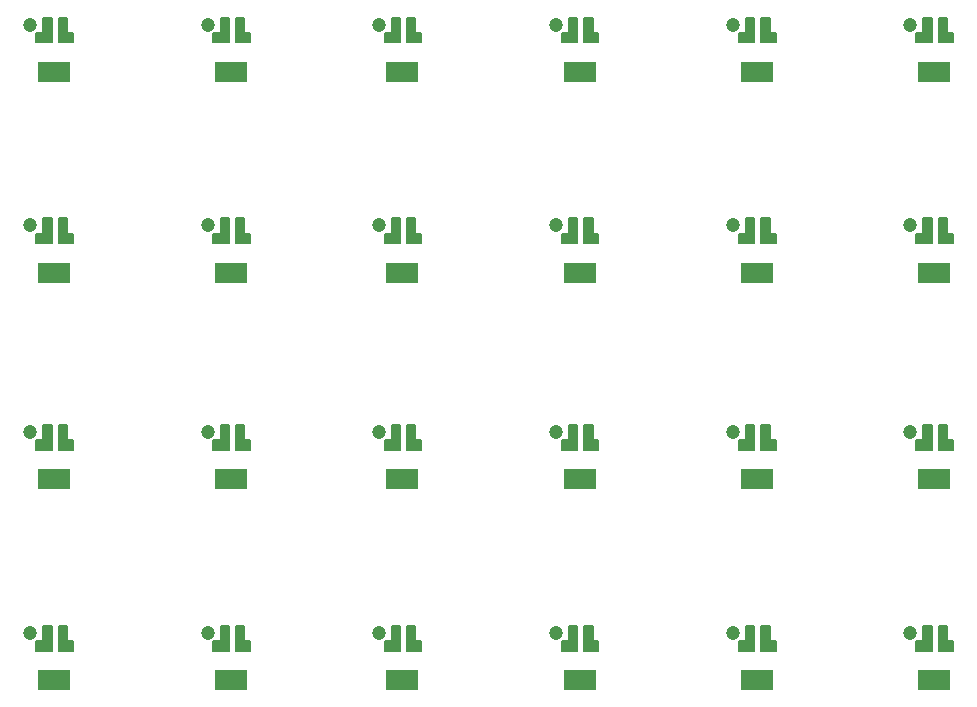
<source format=gts>
G75*
%MOIN*%
%OFA0B0*%
%FSLAX24Y24*%
%IPPOS*%
%LPD*%
%AMOC8*
5,1,8,0,0,1.08239X$1,22.5*
%
%ADD10C,0.0474*%
%ADD11C,0.0050*%
%ADD12R,0.1063X0.0669*%
D10*
X003590Y005637D03*
X009495Y005637D03*
X015204Y005637D03*
X021109Y005637D03*
X027015Y005637D03*
X032920Y005637D03*
X032920Y012330D03*
X027015Y012330D03*
X021109Y012330D03*
X015204Y012330D03*
X009495Y012330D03*
X003590Y012330D03*
X003590Y019219D03*
X009495Y019219D03*
X015204Y019219D03*
X021109Y019219D03*
X027015Y019219D03*
X032920Y019219D03*
X032920Y025912D03*
X027015Y025912D03*
X021109Y025912D03*
X015204Y025912D03*
X009495Y025912D03*
X003590Y025912D03*
D11*
X003786Y025637D02*
X004023Y025637D01*
X004023Y026149D01*
X004298Y026149D01*
X004298Y025322D01*
X003786Y025322D01*
X003786Y025637D01*
X003786Y025593D02*
X004298Y025593D01*
X004298Y025545D02*
X003786Y025545D01*
X003786Y025496D02*
X004298Y025496D01*
X004298Y025448D02*
X003786Y025448D01*
X003786Y025399D02*
X004298Y025399D01*
X004298Y025351D02*
X003786Y025351D01*
X004023Y025642D02*
X004298Y025642D01*
X004298Y025690D02*
X004023Y025690D01*
X004023Y025739D02*
X004298Y025739D01*
X004298Y025787D02*
X004023Y025787D01*
X004023Y025836D02*
X004298Y025836D01*
X004298Y025884D02*
X004023Y025884D01*
X004023Y025933D02*
X004298Y025933D01*
X004298Y025981D02*
X004023Y025981D01*
X004023Y026030D02*
X004298Y026030D01*
X004298Y026078D02*
X004023Y026078D01*
X004023Y026127D02*
X004298Y026127D01*
X004534Y026127D02*
X004810Y026127D01*
X004810Y026149D02*
X004534Y026149D01*
X004534Y025322D01*
X005007Y025322D01*
X005007Y025637D01*
X004810Y025637D01*
X004810Y026149D01*
X004810Y026078D02*
X004534Y026078D01*
X004534Y026030D02*
X004810Y026030D01*
X004810Y025981D02*
X004534Y025981D01*
X004534Y025933D02*
X004810Y025933D01*
X004810Y025884D02*
X004534Y025884D01*
X004534Y025836D02*
X004810Y025836D01*
X004810Y025787D02*
X004534Y025787D01*
X004534Y025739D02*
X004810Y025739D01*
X004810Y025690D02*
X004534Y025690D01*
X004534Y025642D02*
X004810Y025642D01*
X005007Y025593D02*
X004534Y025593D01*
X004534Y025545D02*
X005007Y025545D01*
X005007Y025496D02*
X004534Y025496D01*
X004534Y025448D02*
X005007Y025448D01*
X005007Y025399D02*
X004534Y025399D01*
X004534Y025351D02*
X005007Y025351D01*
X009692Y025351D02*
X010204Y025351D01*
X010204Y025322D02*
X009692Y025322D01*
X009692Y025637D01*
X009928Y025637D01*
X009928Y026149D01*
X010204Y026149D01*
X010204Y025322D01*
X010204Y025399D02*
X009692Y025399D01*
X009692Y025448D02*
X010204Y025448D01*
X010204Y025496D02*
X009692Y025496D01*
X009692Y025545D02*
X010204Y025545D01*
X010204Y025593D02*
X009692Y025593D01*
X009928Y025642D02*
X010204Y025642D01*
X010204Y025690D02*
X009928Y025690D01*
X009928Y025739D02*
X010204Y025739D01*
X010204Y025787D02*
X009928Y025787D01*
X009928Y025836D02*
X010204Y025836D01*
X010204Y025884D02*
X009928Y025884D01*
X009928Y025933D02*
X010204Y025933D01*
X010204Y025981D02*
X009928Y025981D01*
X009928Y026030D02*
X010204Y026030D01*
X010204Y026078D02*
X009928Y026078D01*
X009928Y026127D02*
X010204Y026127D01*
X010440Y026127D02*
X010716Y026127D01*
X010716Y026149D02*
X010440Y026149D01*
X010440Y025322D01*
X010912Y025322D01*
X010912Y025637D01*
X010716Y025637D01*
X010716Y026149D01*
X010716Y026078D02*
X010440Y026078D01*
X010440Y026030D02*
X010716Y026030D01*
X010716Y025981D02*
X010440Y025981D01*
X010440Y025933D02*
X010716Y025933D01*
X010716Y025884D02*
X010440Y025884D01*
X010440Y025836D02*
X010716Y025836D01*
X010716Y025787D02*
X010440Y025787D01*
X010440Y025739D02*
X010716Y025739D01*
X010716Y025690D02*
X010440Y025690D01*
X010440Y025642D02*
X010716Y025642D01*
X010912Y025593D02*
X010440Y025593D01*
X010440Y025545D02*
X010912Y025545D01*
X010912Y025496D02*
X010440Y025496D01*
X010440Y025448D02*
X010912Y025448D01*
X010912Y025399D02*
X010440Y025399D01*
X010440Y025351D02*
X010912Y025351D01*
X015401Y025351D02*
X015912Y025351D01*
X015912Y025322D02*
X015401Y025322D01*
X015401Y025637D01*
X015637Y025637D01*
X015637Y026149D01*
X015912Y026149D01*
X015912Y025322D01*
X015912Y025399D02*
X015401Y025399D01*
X015401Y025448D02*
X015912Y025448D01*
X015912Y025496D02*
X015401Y025496D01*
X015401Y025545D02*
X015912Y025545D01*
X015912Y025593D02*
X015401Y025593D01*
X015637Y025642D02*
X015912Y025642D01*
X015912Y025690D02*
X015637Y025690D01*
X015637Y025739D02*
X015912Y025739D01*
X015912Y025787D02*
X015637Y025787D01*
X015637Y025836D02*
X015912Y025836D01*
X015912Y025884D02*
X015637Y025884D01*
X015637Y025933D02*
X015912Y025933D01*
X015912Y025981D02*
X015637Y025981D01*
X015637Y026030D02*
X015912Y026030D01*
X015912Y026078D02*
X015637Y026078D01*
X015637Y026127D02*
X015912Y026127D01*
X016149Y026127D02*
X016424Y026127D01*
X016424Y026149D02*
X016149Y026149D01*
X016149Y025322D01*
X016621Y025322D01*
X016621Y025637D01*
X016424Y025637D01*
X016424Y026149D01*
X016424Y026078D02*
X016149Y026078D01*
X016149Y026030D02*
X016424Y026030D01*
X016424Y025981D02*
X016149Y025981D01*
X016149Y025933D02*
X016424Y025933D01*
X016424Y025884D02*
X016149Y025884D01*
X016149Y025836D02*
X016424Y025836D01*
X016424Y025787D02*
X016149Y025787D01*
X016149Y025739D02*
X016424Y025739D01*
X016424Y025690D02*
X016149Y025690D01*
X016149Y025642D02*
X016424Y025642D01*
X016621Y025593D02*
X016149Y025593D01*
X016149Y025545D02*
X016621Y025545D01*
X016621Y025496D02*
X016149Y025496D01*
X016149Y025448D02*
X016621Y025448D01*
X016621Y025399D02*
X016149Y025399D01*
X016149Y025351D02*
X016621Y025351D01*
X021306Y025351D02*
X021818Y025351D01*
X021818Y025322D02*
X021306Y025322D01*
X021306Y025637D01*
X021542Y025637D01*
X021542Y026149D01*
X021818Y026149D01*
X021818Y025322D01*
X021818Y025399D02*
X021306Y025399D01*
X021306Y025448D02*
X021818Y025448D01*
X021818Y025496D02*
X021306Y025496D01*
X021306Y025545D02*
X021818Y025545D01*
X021818Y025593D02*
X021306Y025593D01*
X021542Y025642D02*
X021818Y025642D01*
X021818Y025690D02*
X021542Y025690D01*
X021542Y025739D02*
X021818Y025739D01*
X021818Y025787D02*
X021542Y025787D01*
X021542Y025836D02*
X021818Y025836D01*
X021818Y025884D02*
X021542Y025884D01*
X021542Y025933D02*
X021818Y025933D01*
X021818Y025981D02*
X021542Y025981D01*
X021542Y026030D02*
X021818Y026030D01*
X021818Y026078D02*
X021542Y026078D01*
X021542Y026127D02*
X021818Y026127D01*
X022054Y026127D02*
X022330Y026127D01*
X022330Y026149D02*
X022054Y026149D01*
X022054Y025322D01*
X022527Y025322D01*
X022527Y025637D01*
X022330Y025637D01*
X022330Y026149D01*
X022330Y026078D02*
X022054Y026078D01*
X022054Y026030D02*
X022330Y026030D01*
X022330Y025981D02*
X022054Y025981D01*
X022054Y025933D02*
X022330Y025933D01*
X022330Y025884D02*
X022054Y025884D01*
X022054Y025836D02*
X022330Y025836D01*
X022330Y025787D02*
X022054Y025787D01*
X022054Y025739D02*
X022330Y025739D01*
X022330Y025690D02*
X022054Y025690D01*
X022054Y025642D02*
X022330Y025642D01*
X022527Y025593D02*
X022054Y025593D01*
X022054Y025545D02*
X022527Y025545D01*
X022527Y025496D02*
X022054Y025496D01*
X022054Y025448D02*
X022527Y025448D01*
X022527Y025399D02*
X022054Y025399D01*
X022054Y025351D02*
X022527Y025351D01*
X027212Y025351D02*
X027723Y025351D01*
X027723Y025322D02*
X027212Y025322D01*
X027212Y025637D01*
X027448Y025637D01*
X027448Y026149D01*
X027723Y026149D01*
X027723Y025322D01*
X027723Y025399D02*
X027212Y025399D01*
X027212Y025448D02*
X027723Y025448D01*
X027723Y025496D02*
X027212Y025496D01*
X027212Y025545D02*
X027723Y025545D01*
X027723Y025593D02*
X027212Y025593D01*
X027448Y025642D02*
X027723Y025642D01*
X027723Y025690D02*
X027448Y025690D01*
X027448Y025739D02*
X027723Y025739D01*
X027723Y025787D02*
X027448Y025787D01*
X027448Y025836D02*
X027723Y025836D01*
X027723Y025884D02*
X027448Y025884D01*
X027448Y025933D02*
X027723Y025933D01*
X027723Y025981D02*
X027448Y025981D01*
X027448Y026030D02*
X027723Y026030D01*
X027723Y026078D02*
X027448Y026078D01*
X027448Y026127D02*
X027723Y026127D01*
X027960Y026127D02*
X028235Y026127D01*
X028235Y026149D02*
X027960Y026149D01*
X027960Y025322D01*
X028432Y025322D01*
X028432Y025637D01*
X028235Y025637D01*
X028235Y026149D01*
X028235Y026078D02*
X027960Y026078D01*
X027960Y026030D02*
X028235Y026030D01*
X028235Y025981D02*
X027960Y025981D01*
X027960Y025933D02*
X028235Y025933D01*
X028235Y025884D02*
X027960Y025884D01*
X027960Y025836D02*
X028235Y025836D01*
X028235Y025787D02*
X027960Y025787D01*
X027960Y025739D02*
X028235Y025739D01*
X028235Y025690D02*
X027960Y025690D01*
X027960Y025642D02*
X028235Y025642D01*
X028432Y025593D02*
X027960Y025593D01*
X027960Y025545D02*
X028432Y025545D01*
X028432Y025496D02*
X027960Y025496D01*
X027960Y025448D02*
X028432Y025448D01*
X028432Y025399D02*
X027960Y025399D01*
X027960Y025351D02*
X028432Y025351D01*
X033117Y025351D02*
X033629Y025351D01*
X033629Y025322D02*
X033117Y025322D01*
X033117Y025637D01*
X033353Y025637D01*
X033353Y026149D01*
X033629Y026149D01*
X033629Y025322D01*
X033629Y025399D02*
X033117Y025399D01*
X033117Y025448D02*
X033629Y025448D01*
X033629Y025496D02*
X033117Y025496D01*
X033117Y025545D02*
X033629Y025545D01*
X033629Y025593D02*
X033117Y025593D01*
X033353Y025642D02*
X033629Y025642D01*
X033629Y025690D02*
X033353Y025690D01*
X033353Y025739D02*
X033629Y025739D01*
X033629Y025787D02*
X033353Y025787D01*
X033353Y025836D02*
X033629Y025836D01*
X033629Y025884D02*
X033353Y025884D01*
X033353Y025933D02*
X033629Y025933D01*
X033629Y025981D02*
X033353Y025981D01*
X033353Y026030D02*
X033629Y026030D01*
X033629Y026078D02*
X033353Y026078D01*
X033353Y026127D02*
X033629Y026127D01*
X033865Y026127D02*
X034141Y026127D01*
X034141Y026149D02*
X033865Y026149D01*
X033865Y025322D01*
X034338Y025322D01*
X034338Y025637D01*
X034141Y025637D01*
X034141Y026149D01*
X034141Y026078D02*
X033865Y026078D01*
X033865Y026030D02*
X034141Y026030D01*
X034141Y025981D02*
X033865Y025981D01*
X033865Y025933D02*
X034141Y025933D01*
X034141Y025884D02*
X033865Y025884D01*
X033865Y025836D02*
X034141Y025836D01*
X034141Y025787D02*
X033865Y025787D01*
X033865Y025739D02*
X034141Y025739D01*
X034141Y025690D02*
X033865Y025690D01*
X033865Y025642D02*
X034141Y025642D01*
X034338Y025593D02*
X033865Y025593D01*
X033865Y025545D02*
X034338Y025545D01*
X034338Y025496D02*
X033865Y025496D01*
X033865Y025448D02*
X034338Y025448D01*
X034338Y025399D02*
X033865Y025399D01*
X033865Y025351D02*
X034338Y025351D01*
X034141Y019456D02*
X033865Y019456D01*
X033865Y018629D01*
X034338Y018629D01*
X034338Y018944D01*
X034141Y018944D01*
X034141Y019456D01*
X034141Y019434D02*
X033865Y019434D01*
X033865Y019385D02*
X034141Y019385D01*
X034141Y019337D02*
X033865Y019337D01*
X033865Y019288D02*
X034141Y019288D01*
X034141Y019240D02*
X033865Y019240D01*
X033865Y019191D02*
X034141Y019191D01*
X034141Y019143D02*
X033865Y019143D01*
X033865Y019094D02*
X034141Y019094D01*
X034141Y019046D02*
X033865Y019046D01*
X033865Y018997D02*
X034141Y018997D01*
X034141Y018949D02*
X033865Y018949D01*
X033865Y018900D02*
X034338Y018900D01*
X034338Y018852D02*
X033865Y018852D01*
X033865Y018803D02*
X034338Y018803D01*
X034338Y018755D02*
X033865Y018755D01*
X033865Y018706D02*
X034338Y018706D01*
X034338Y018658D02*
X033865Y018658D01*
X033629Y018658D02*
X033117Y018658D01*
X033117Y018629D02*
X033117Y018944D01*
X033353Y018944D01*
X033353Y019456D01*
X033629Y019456D01*
X033629Y018629D01*
X033117Y018629D01*
X033117Y018706D02*
X033629Y018706D01*
X033629Y018755D02*
X033117Y018755D01*
X033117Y018803D02*
X033629Y018803D01*
X033629Y018852D02*
X033117Y018852D01*
X033117Y018900D02*
X033629Y018900D01*
X033629Y018949D02*
X033353Y018949D01*
X033353Y018997D02*
X033629Y018997D01*
X033629Y019046D02*
X033353Y019046D01*
X033353Y019094D02*
X033629Y019094D01*
X033629Y019143D02*
X033353Y019143D01*
X033353Y019191D02*
X033629Y019191D01*
X033629Y019240D02*
X033353Y019240D01*
X033353Y019288D02*
X033629Y019288D01*
X033629Y019337D02*
X033353Y019337D01*
X033353Y019385D02*
X033629Y019385D01*
X033629Y019434D02*
X033353Y019434D01*
X028432Y018944D02*
X028432Y018629D01*
X027960Y018629D01*
X027960Y019456D01*
X028235Y019456D01*
X028235Y018944D01*
X028432Y018944D01*
X028432Y018900D02*
X027960Y018900D01*
X027960Y018852D02*
X028432Y018852D01*
X028432Y018803D02*
X027960Y018803D01*
X027960Y018755D02*
X028432Y018755D01*
X028432Y018706D02*
X027960Y018706D01*
X027960Y018658D02*
X028432Y018658D01*
X028235Y018949D02*
X027960Y018949D01*
X027960Y018997D02*
X028235Y018997D01*
X028235Y019046D02*
X027960Y019046D01*
X027960Y019094D02*
X028235Y019094D01*
X028235Y019143D02*
X027960Y019143D01*
X027960Y019191D02*
X028235Y019191D01*
X028235Y019240D02*
X027960Y019240D01*
X027960Y019288D02*
X028235Y019288D01*
X028235Y019337D02*
X027960Y019337D01*
X027960Y019385D02*
X028235Y019385D01*
X028235Y019434D02*
X027960Y019434D01*
X027723Y019434D02*
X027448Y019434D01*
X027448Y019456D02*
X027723Y019456D01*
X027723Y018629D01*
X027212Y018629D01*
X027212Y018944D01*
X027448Y018944D01*
X027448Y019456D01*
X027448Y019385D02*
X027723Y019385D01*
X027723Y019337D02*
X027448Y019337D01*
X027448Y019288D02*
X027723Y019288D01*
X027723Y019240D02*
X027448Y019240D01*
X027448Y019191D02*
X027723Y019191D01*
X027723Y019143D02*
X027448Y019143D01*
X027448Y019094D02*
X027723Y019094D01*
X027723Y019046D02*
X027448Y019046D01*
X027448Y018997D02*
X027723Y018997D01*
X027723Y018949D02*
X027448Y018949D01*
X027212Y018900D02*
X027723Y018900D01*
X027723Y018852D02*
X027212Y018852D01*
X027212Y018803D02*
X027723Y018803D01*
X027723Y018755D02*
X027212Y018755D01*
X027212Y018706D02*
X027723Y018706D01*
X027723Y018658D02*
X027212Y018658D01*
X022527Y018658D02*
X022054Y018658D01*
X022054Y018629D02*
X022527Y018629D01*
X022527Y018944D01*
X022330Y018944D01*
X022330Y019456D01*
X022054Y019456D01*
X022054Y018629D01*
X022054Y018706D02*
X022527Y018706D01*
X022527Y018755D02*
X022054Y018755D01*
X022054Y018803D02*
X022527Y018803D01*
X022527Y018852D02*
X022054Y018852D01*
X022054Y018900D02*
X022527Y018900D01*
X022330Y018949D02*
X022054Y018949D01*
X022054Y018997D02*
X022330Y018997D01*
X022330Y019046D02*
X022054Y019046D01*
X022054Y019094D02*
X022330Y019094D01*
X022330Y019143D02*
X022054Y019143D01*
X022054Y019191D02*
X022330Y019191D01*
X022330Y019240D02*
X022054Y019240D01*
X022054Y019288D02*
X022330Y019288D01*
X022330Y019337D02*
X022054Y019337D01*
X022054Y019385D02*
X022330Y019385D01*
X022330Y019434D02*
X022054Y019434D01*
X021818Y019434D02*
X021542Y019434D01*
X021542Y019456D02*
X021818Y019456D01*
X021818Y018629D01*
X021306Y018629D01*
X021306Y018944D01*
X021542Y018944D01*
X021542Y019456D01*
X021542Y019385D02*
X021818Y019385D01*
X021818Y019337D02*
X021542Y019337D01*
X021542Y019288D02*
X021818Y019288D01*
X021818Y019240D02*
X021542Y019240D01*
X021542Y019191D02*
X021818Y019191D01*
X021818Y019143D02*
X021542Y019143D01*
X021542Y019094D02*
X021818Y019094D01*
X021818Y019046D02*
X021542Y019046D01*
X021542Y018997D02*
X021818Y018997D01*
X021818Y018949D02*
X021542Y018949D01*
X021306Y018900D02*
X021818Y018900D01*
X021818Y018852D02*
X021306Y018852D01*
X021306Y018803D02*
X021818Y018803D01*
X021818Y018755D02*
X021306Y018755D01*
X021306Y018706D02*
X021818Y018706D01*
X021818Y018658D02*
X021306Y018658D01*
X016621Y018658D02*
X016149Y018658D01*
X016149Y018629D02*
X016621Y018629D01*
X016621Y018944D01*
X016424Y018944D01*
X016424Y019456D01*
X016149Y019456D01*
X016149Y018629D01*
X016149Y018706D02*
X016621Y018706D01*
X016621Y018755D02*
X016149Y018755D01*
X016149Y018803D02*
X016621Y018803D01*
X016621Y018852D02*
X016149Y018852D01*
X016149Y018900D02*
X016621Y018900D01*
X016424Y018949D02*
X016149Y018949D01*
X016149Y018997D02*
X016424Y018997D01*
X016424Y019046D02*
X016149Y019046D01*
X016149Y019094D02*
X016424Y019094D01*
X016424Y019143D02*
X016149Y019143D01*
X016149Y019191D02*
X016424Y019191D01*
X016424Y019240D02*
X016149Y019240D01*
X016149Y019288D02*
X016424Y019288D01*
X016424Y019337D02*
X016149Y019337D01*
X016149Y019385D02*
X016424Y019385D01*
X016424Y019434D02*
X016149Y019434D01*
X015912Y019434D02*
X015637Y019434D01*
X015637Y019456D02*
X015912Y019456D01*
X015912Y018629D01*
X015401Y018629D01*
X015401Y018944D01*
X015637Y018944D01*
X015637Y019456D01*
X015637Y019385D02*
X015912Y019385D01*
X015912Y019337D02*
X015637Y019337D01*
X015637Y019288D02*
X015912Y019288D01*
X015912Y019240D02*
X015637Y019240D01*
X015637Y019191D02*
X015912Y019191D01*
X015912Y019143D02*
X015637Y019143D01*
X015637Y019094D02*
X015912Y019094D01*
X015912Y019046D02*
X015637Y019046D01*
X015637Y018997D02*
X015912Y018997D01*
X015912Y018949D02*
X015637Y018949D01*
X015401Y018900D02*
X015912Y018900D01*
X015912Y018852D02*
X015401Y018852D01*
X015401Y018803D02*
X015912Y018803D01*
X015912Y018755D02*
X015401Y018755D01*
X015401Y018706D02*
X015912Y018706D01*
X015912Y018658D02*
X015401Y018658D01*
X010912Y018658D02*
X010440Y018658D01*
X010440Y018629D02*
X010912Y018629D01*
X010912Y018944D01*
X010716Y018944D01*
X010716Y019456D01*
X010440Y019456D01*
X010440Y018629D01*
X010440Y018706D02*
X010912Y018706D01*
X010912Y018755D02*
X010440Y018755D01*
X010440Y018803D02*
X010912Y018803D01*
X010912Y018852D02*
X010440Y018852D01*
X010440Y018900D02*
X010912Y018900D01*
X010716Y018949D02*
X010440Y018949D01*
X010440Y018997D02*
X010716Y018997D01*
X010716Y019046D02*
X010440Y019046D01*
X010440Y019094D02*
X010716Y019094D01*
X010716Y019143D02*
X010440Y019143D01*
X010440Y019191D02*
X010716Y019191D01*
X010716Y019240D02*
X010440Y019240D01*
X010440Y019288D02*
X010716Y019288D01*
X010716Y019337D02*
X010440Y019337D01*
X010440Y019385D02*
X010716Y019385D01*
X010716Y019434D02*
X010440Y019434D01*
X010204Y019434D02*
X009928Y019434D01*
X009928Y019456D02*
X010204Y019456D01*
X010204Y018629D01*
X009692Y018629D01*
X009692Y018944D01*
X009928Y018944D01*
X009928Y019456D01*
X009928Y019385D02*
X010204Y019385D01*
X010204Y019337D02*
X009928Y019337D01*
X009928Y019288D02*
X010204Y019288D01*
X010204Y019240D02*
X009928Y019240D01*
X009928Y019191D02*
X010204Y019191D01*
X010204Y019143D02*
X009928Y019143D01*
X009928Y019094D02*
X010204Y019094D01*
X010204Y019046D02*
X009928Y019046D01*
X009928Y018997D02*
X010204Y018997D01*
X010204Y018949D02*
X009928Y018949D01*
X009692Y018900D02*
X010204Y018900D01*
X010204Y018852D02*
X009692Y018852D01*
X009692Y018803D02*
X010204Y018803D01*
X010204Y018755D02*
X009692Y018755D01*
X009692Y018706D02*
X010204Y018706D01*
X010204Y018658D02*
X009692Y018658D01*
X005007Y018658D02*
X004534Y018658D01*
X004534Y018629D02*
X005007Y018629D01*
X005007Y018944D01*
X004810Y018944D01*
X004810Y019456D01*
X004534Y019456D01*
X004534Y018629D01*
X004534Y018706D02*
X005007Y018706D01*
X005007Y018755D02*
X004534Y018755D01*
X004534Y018803D02*
X005007Y018803D01*
X005007Y018852D02*
X004534Y018852D01*
X004534Y018900D02*
X005007Y018900D01*
X004810Y018949D02*
X004534Y018949D01*
X004534Y018997D02*
X004810Y018997D01*
X004810Y019046D02*
X004534Y019046D01*
X004534Y019094D02*
X004810Y019094D01*
X004810Y019143D02*
X004534Y019143D01*
X004534Y019191D02*
X004810Y019191D01*
X004810Y019240D02*
X004534Y019240D01*
X004534Y019288D02*
X004810Y019288D01*
X004810Y019337D02*
X004534Y019337D01*
X004534Y019385D02*
X004810Y019385D01*
X004810Y019434D02*
X004534Y019434D01*
X004298Y019434D02*
X004023Y019434D01*
X004023Y019456D02*
X004298Y019456D01*
X004298Y018629D01*
X003786Y018629D01*
X003786Y018944D01*
X004023Y018944D01*
X004023Y019456D01*
X004023Y019385D02*
X004298Y019385D01*
X004298Y019337D02*
X004023Y019337D01*
X004023Y019288D02*
X004298Y019288D01*
X004298Y019240D02*
X004023Y019240D01*
X004023Y019191D02*
X004298Y019191D01*
X004298Y019143D02*
X004023Y019143D01*
X004023Y019094D02*
X004298Y019094D01*
X004298Y019046D02*
X004023Y019046D01*
X004023Y018997D02*
X004298Y018997D01*
X004298Y018949D02*
X004023Y018949D01*
X003786Y018900D02*
X004298Y018900D01*
X004298Y018852D02*
X003786Y018852D01*
X003786Y018803D02*
X004298Y018803D01*
X004298Y018755D02*
X003786Y018755D01*
X003786Y018706D02*
X004298Y018706D01*
X004298Y018658D02*
X003786Y018658D01*
X004023Y012566D02*
X004298Y012566D01*
X004298Y011739D01*
X003786Y011739D01*
X003786Y012054D01*
X004023Y012054D01*
X004023Y012566D01*
X004023Y012547D02*
X004298Y012547D01*
X004298Y012498D02*
X004023Y012498D01*
X004023Y012450D02*
X004298Y012450D01*
X004298Y012401D02*
X004023Y012401D01*
X004023Y012353D02*
X004298Y012353D01*
X004298Y012304D02*
X004023Y012304D01*
X004023Y012256D02*
X004298Y012256D01*
X004298Y012207D02*
X004023Y012207D01*
X004023Y012159D02*
X004298Y012159D01*
X004298Y012110D02*
X004023Y012110D01*
X004023Y012062D02*
X004298Y012062D01*
X004298Y012013D02*
X003786Y012013D01*
X003786Y011965D02*
X004298Y011965D01*
X004298Y011916D02*
X003786Y011916D01*
X003786Y011868D02*
X004298Y011868D01*
X004298Y011819D02*
X003786Y011819D01*
X003786Y011771D02*
X004298Y011771D01*
X004534Y011771D02*
X005007Y011771D01*
X005007Y011739D02*
X005007Y012054D01*
X004810Y012054D01*
X004810Y012566D01*
X004534Y012566D01*
X004534Y011739D01*
X005007Y011739D01*
X005007Y011819D02*
X004534Y011819D01*
X004534Y011868D02*
X005007Y011868D01*
X005007Y011916D02*
X004534Y011916D01*
X004534Y011965D02*
X005007Y011965D01*
X005007Y012013D02*
X004534Y012013D01*
X004534Y012062D02*
X004810Y012062D01*
X004810Y012110D02*
X004534Y012110D01*
X004534Y012159D02*
X004810Y012159D01*
X004810Y012207D02*
X004534Y012207D01*
X004534Y012256D02*
X004810Y012256D01*
X004810Y012304D02*
X004534Y012304D01*
X004534Y012353D02*
X004810Y012353D01*
X004810Y012401D02*
X004534Y012401D01*
X004534Y012450D02*
X004810Y012450D01*
X004810Y012498D02*
X004534Y012498D01*
X004534Y012547D02*
X004810Y012547D01*
X009692Y012054D02*
X009692Y011739D01*
X010204Y011739D01*
X010204Y012566D01*
X009928Y012566D01*
X009928Y012054D01*
X009692Y012054D01*
X009692Y012013D02*
X010204Y012013D01*
X010204Y011965D02*
X009692Y011965D01*
X009692Y011916D02*
X010204Y011916D01*
X010204Y011868D02*
X009692Y011868D01*
X009692Y011819D02*
X010204Y011819D01*
X010204Y011771D02*
X009692Y011771D01*
X009928Y012062D02*
X010204Y012062D01*
X010204Y012110D02*
X009928Y012110D01*
X009928Y012159D02*
X010204Y012159D01*
X010204Y012207D02*
X009928Y012207D01*
X009928Y012256D02*
X010204Y012256D01*
X010204Y012304D02*
X009928Y012304D01*
X009928Y012353D02*
X010204Y012353D01*
X010204Y012401D02*
X009928Y012401D01*
X009928Y012450D02*
X010204Y012450D01*
X010204Y012498D02*
X009928Y012498D01*
X009928Y012547D02*
X010204Y012547D01*
X010440Y012547D02*
X010716Y012547D01*
X010716Y012566D02*
X010716Y012054D01*
X010912Y012054D01*
X010912Y011739D01*
X010440Y011739D01*
X010440Y012566D01*
X010716Y012566D01*
X010716Y012498D02*
X010440Y012498D01*
X010440Y012450D02*
X010716Y012450D01*
X010716Y012401D02*
X010440Y012401D01*
X010440Y012353D02*
X010716Y012353D01*
X010716Y012304D02*
X010440Y012304D01*
X010440Y012256D02*
X010716Y012256D01*
X010716Y012207D02*
X010440Y012207D01*
X010440Y012159D02*
X010716Y012159D01*
X010716Y012110D02*
X010440Y012110D01*
X010440Y012062D02*
X010716Y012062D01*
X010912Y012013D02*
X010440Y012013D01*
X010440Y011965D02*
X010912Y011965D01*
X010912Y011916D02*
X010440Y011916D01*
X010440Y011868D02*
X010912Y011868D01*
X010912Y011819D02*
X010440Y011819D01*
X010440Y011771D02*
X010912Y011771D01*
X015401Y011771D02*
X015912Y011771D01*
X015912Y011739D02*
X015401Y011739D01*
X015401Y012054D01*
X015637Y012054D01*
X015637Y012566D01*
X015912Y012566D01*
X015912Y011739D01*
X015912Y011819D02*
X015401Y011819D01*
X015401Y011868D02*
X015912Y011868D01*
X015912Y011916D02*
X015401Y011916D01*
X015401Y011965D02*
X015912Y011965D01*
X015912Y012013D02*
X015401Y012013D01*
X015637Y012062D02*
X015912Y012062D01*
X015912Y012110D02*
X015637Y012110D01*
X015637Y012159D02*
X015912Y012159D01*
X015912Y012207D02*
X015637Y012207D01*
X015637Y012256D02*
X015912Y012256D01*
X015912Y012304D02*
X015637Y012304D01*
X015637Y012353D02*
X015912Y012353D01*
X015912Y012401D02*
X015637Y012401D01*
X015637Y012450D02*
X015912Y012450D01*
X015912Y012498D02*
X015637Y012498D01*
X015637Y012547D02*
X015912Y012547D01*
X016149Y012547D02*
X016424Y012547D01*
X016424Y012566D02*
X016424Y012054D01*
X016621Y012054D01*
X016621Y011739D01*
X016149Y011739D01*
X016149Y012566D01*
X016424Y012566D01*
X016424Y012498D02*
X016149Y012498D01*
X016149Y012450D02*
X016424Y012450D01*
X016424Y012401D02*
X016149Y012401D01*
X016149Y012353D02*
X016424Y012353D01*
X016424Y012304D02*
X016149Y012304D01*
X016149Y012256D02*
X016424Y012256D01*
X016424Y012207D02*
X016149Y012207D01*
X016149Y012159D02*
X016424Y012159D01*
X016424Y012110D02*
X016149Y012110D01*
X016149Y012062D02*
X016424Y012062D01*
X016621Y012013D02*
X016149Y012013D01*
X016149Y011965D02*
X016621Y011965D01*
X016621Y011916D02*
X016149Y011916D01*
X016149Y011868D02*
X016621Y011868D01*
X016621Y011819D02*
X016149Y011819D01*
X016149Y011771D02*
X016621Y011771D01*
X021306Y011771D02*
X021818Y011771D01*
X021818Y011739D02*
X021306Y011739D01*
X021306Y012054D01*
X021542Y012054D01*
X021542Y012566D01*
X021818Y012566D01*
X021818Y011739D01*
X021818Y011819D02*
X021306Y011819D01*
X021306Y011868D02*
X021818Y011868D01*
X021818Y011916D02*
X021306Y011916D01*
X021306Y011965D02*
X021818Y011965D01*
X021818Y012013D02*
X021306Y012013D01*
X021542Y012062D02*
X021818Y012062D01*
X021818Y012110D02*
X021542Y012110D01*
X021542Y012159D02*
X021818Y012159D01*
X021818Y012207D02*
X021542Y012207D01*
X021542Y012256D02*
X021818Y012256D01*
X021818Y012304D02*
X021542Y012304D01*
X021542Y012353D02*
X021818Y012353D01*
X021818Y012401D02*
X021542Y012401D01*
X021542Y012450D02*
X021818Y012450D01*
X021818Y012498D02*
X021542Y012498D01*
X021542Y012547D02*
X021818Y012547D01*
X022054Y012547D02*
X022330Y012547D01*
X022330Y012566D02*
X022054Y012566D01*
X022054Y011739D01*
X022527Y011739D01*
X022527Y012054D01*
X022330Y012054D01*
X022330Y012566D01*
X022330Y012498D02*
X022054Y012498D01*
X022054Y012450D02*
X022330Y012450D01*
X022330Y012401D02*
X022054Y012401D01*
X022054Y012353D02*
X022330Y012353D01*
X022330Y012304D02*
X022054Y012304D01*
X022054Y012256D02*
X022330Y012256D01*
X022330Y012207D02*
X022054Y012207D01*
X022054Y012159D02*
X022330Y012159D01*
X022330Y012110D02*
X022054Y012110D01*
X022054Y012062D02*
X022330Y012062D01*
X022527Y012013D02*
X022054Y012013D01*
X022054Y011965D02*
X022527Y011965D01*
X022527Y011916D02*
X022054Y011916D01*
X022054Y011868D02*
X022527Y011868D01*
X022527Y011819D02*
X022054Y011819D01*
X022054Y011771D02*
X022527Y011771D01*
X027212Y011771D02*
X027723Y011771D01*
X027723Y011739D02*
X027212Y011739D01*
X027212Y012054D01*
X027448Y012054D01*
X027448Y012566D01*
X027723Y012566D01*
X027723Y011739D01*
X027723Y011819D02*
X027212Y011819D01*
X027212Y011868D02*
X027723Y011868D01*
X027723Y011916D02*
X027212Y011916D01*
X027212Y011965D02*
X027723Y011965D01*
X027723Y012013D02*
X027212Y012013D01*
X027448Y012062D02*
X027723Y012062D01*
X027723Y012110D02*
X027448Y012110D01*
X027448Y012159D02*
X027723Y012159D01*
X027723Y012207D02*
X027448Y012207D01*
X027448Y012256D02*
X027723Y012256D01*
X027723Y012304D02*
X027448Y012304D01*
X027448Y012353D02*
X027723Y012353D01*
X027723Y012401D02*
X027448Y012401D01*
X027448Y012450D02*
X027723Y012450D01*
X027723Y012498D02*
X027448Y012498D01*
X027448Y012547D02*
X027723Y012547D01*
X027960Y012547D02*
X028235Y012547D01*
X028235Y012566D02*
X027960Y012566D01*
X027960Y011739D01*
X028432Y011739D01*
X028432Y012054D01*
X028235Y012054D01*
X028235Y012566D01*
X028235Y012498D02*
X027960Y012498D01*
X027960Y012450D02*
X028235Y012450D01*
X028235Y012401D02*
X027960Y012401D01*
X027960Y012353D02*
X028235Y012353D01*
X028235Y012304D02*
X027960Y012304D01*
X027960Y012256D02*
X028235Y012256D01*
X028235Y012207D02*
X027960Y012207D01*
X027960Y012159D02*
X028235Y012159D01*
X028235Y012110D02*
X027960Y012110D01*
X027960Y012062D02*
X028235Y012062D01*
X028432Y012013D02*
X027960Y012013D01*
X027960Y011965D02*
X028432Y011965D01*
X028432Y011916D02*
X027960Y011916D01*
X027960Y011868D02*
X028432Y011868D01*
X028432Y011819D02*
X027960Y011819D01*
X027960Y011771D02*
X028432Y011771D01*
X033117Y011771D02*
X033629Y011771D01*
X033629Y011739D02*
X033117Y011739D01*
X033117Y012054D01*
X033353Y012054D01*
X033353Y012566D01*
X033629Y012566D01*
X033629Y011739D01*
X033629Y011819D02*
X033117Y011819D01*
X033117Y011868D02*
X033629Y011868D01*
X033629Y011916D02*
X033117Y011916D01*
X033117Y011965D02*
X033629Y011965D01*
X033629Y012013D02*
X033117Y012013D01*
X033353Y012062D02*
X033629Y012062D01*
X033629Y012110D02*
X033353Y012110D01*
X033353Y012159D02*
X033629Y012159D01*
X033629Y012207D02*
X033353Y012207D01*
X033353Y012256D02*
X033629Y012256D01*
X033629Y012304D02*
X033353Y012304D01*
X033353Y012353D02*
X033629Y012353D01*
X033629Y012401D02*
X033353Y012401D01*
X033353Y012450D02*
X033629Y012450D01*
X033629Y012498D02*
X033353Y012498D01*
X033353Y012547D02*
X033629Y012547D01*
X033865Y012547D02*
X034141Y012547D01*
X034141Y012566D02*
X033865Y012566D01*
X033865Y011739D01*
X034338Y011739D01*
X034338Y012054D01*
X034141Y012054D01*
X034141Y012566D01*
X034141Y012498D02*
X033865Y012498D01*
X033865Y012450D02*
X034141Y012450D01*
X034141Y012401D02*
X033865Y012401D01*
X033865Y012353D02*
X034141Y012353D01*
X034141Y012304D02*
X033865Y012304D01*
X033865Y012256D02*
X034141Y012256D01*
X034141Y012207D02*
X033865Y012207D01*
X033865Y012159D02*
X034141Y012159D01*
X034141Y012110D02*
X033865Y012110D01*
X033865Y012062D02*
X034141Y012062D01*
X034338Y012013D02*
X033865Y012013D01*
X033865Y011965D02*
X034338Y011965D01*
X034338Y011916D02*
X033865Y011916D01*
X033865Y011868D02*
X034338Y011868D01*
X034338Y011819D02*
X033865Y011819D01*
X033865Y011771D02*
X034338Y011771D01*
X034141Y005873D02*
X033865Y005873D01*
X033865Y005046D01*
X034338Y005046D01*
X034338Y005361D01*
X034141Y005361D01*
X034141Y005873D01*
X034141Y005854D02*
X033865Y005854D01*
X033865Y005805D02*
X034141Y005805D01*
X034141Y005757D02*
X033865Y005757D01*
X033865Y005708D02*
X034141Y005708D01*
X034141Y005660D02*
X033865Y005660D01*
X033865Y005611D02*
X034141Y005611D01*
X034141Y005563D02*
X033865Y005563D01*
X033865Y005514D02*
X034141Y005514D01*
X034141Y005466D02*
X033865Y005466D01*
X033865Y005417D02*
X034141Y005417D01*
X034141Y005369D02*
X033865Y005369D01*
X033865Y005320D02*
X034338Y005320D01*
X034338Y005272D02*
X033865Y005272D01*
X033865Y005223D02*
X034338Y005223D01*
X034338Y005175D02*
X033865Y005175D01*
X033865Y005126D02*
X034338Y005126D01*
X034338Y005078D02*
X033865Y005078D01*
X033629Y005078D02*
X033117Y005078D01*
X033117Y005046D02*
X033117Y005361D01*
X033353Y005361D01*
X033353Y005873D01*
X033629Y005873D01*
X033629Y005046D01*
X033117Y005046D01*
X033117Y005126D02*
X033629Y005126D01*
X033629Y005175D02*
X033117Y005175D01*
X033117Y005223D02*
X033629Y005223D01*
X033629Y005272D02*
X033117Y005272D01*
X033117Y005320D02*
X033629Y005320D01*
X033629Y005369D02*
X033353Y005369D01*
X033353Y005417D02*
X033629Y005417D01*
X033629Y005466D02*
X033353Y005466D01*
X033353Y005514D02*
X033629Y005514D01*
X033629Y005563D02*
X033353Y005563D01*
X033353Y005611D02*
X033629Y005611D01*
X033629Y005660D02*
X033353Y005660D01*
X033353Y005708D02*
X033629Y005708D01*
X033629Y005757D02*
X033353Y005757D01*
X033353Y005805D02*
X033629Y005805D01*
X033629Y005854D02*
X033353Y005854D01*
X028432Y005361D02*
X028432Y005046D01*
X027960Y005046D01*
X027960Y005873D01*
X028235Y005873D01*
X028235Y005361D01*
X028432Y005361D01*
X028432Y005320D02*
X027960Y005320D01*
X027960Y005272D02*
X028432Y005272D01*
X028432Y005223D02*
X027960Y005223D01*
X027960Y005175D02*
X028432Y005175D01*
X028432Y005126D02*
X027960Y005126D01*
X027960Y005078D02*
X028432Y005078D01*
X028235Y005369D02*
X027960Y005369D01*
X027960Y005417D02*
X028235Y005417D01*
X028235Y005466D02*
X027960Y005466D01*
X027960Y005514D02*
X028235Y005514D01*
X028235Y005563D02*
X027960Y005563D01*
X027960Y005611D02*
X028235Y005611D01*
X028235Y005660D02*
X027960Y005660D01*
X027960Y005708D02*
X028235Y005708D01*
X028235Y005757D02*
X027960Y005757D01*
X027960Y005805D02*
X028235Y005805D01*
X028235Y005854D02*
X027960Y005854D01*
X027723Y005854D02*
X027448Y005854D01*
X027448Y005873D02*
X027723Y005873D01*
X027723Y005046D01*
X027212Y005046D01*
X027212Y005361D01*
X027448Y005361D01*
X027448Y005873D01*
X027448Y005805D02*
X027723Y005805D01*
X027723Y005757D02*
X027448Y005757D01*
X027448Y005708D02*
X027723Y005708D01*
X027723Y005660D02*
X027448Y005660D01*
X027448Y005611D02*
X027723Y005611D01*
X027723Y005563D02*
X027448Y005563D01*
X027448Y005514D02*
X027723Y005514D01*
X027723Y005466D02*
X027448Y005466D01*
X027448Y005417D02*
X027723Y005417D01*
X027723Y005369D02*
X027448Y005369D01*
X027212Y005320D02*
X027723Y005320D01*
X027723Y005272D02*
X027212Y005272D01*
X027212Y005223D02*
X027723Y005223D01*
X027723Y005175D02*
X027212Y005175D01*
X027212Y005126D02*
X027723Y005126D01*
X027723Y005078D02*
X027212Y005078D01*
X022527Y005078D02*
X022054Y005078D01*
X022054Y005046D02*
X022527Y005046D01*
X022527Y005361D01*
X022330Y005361D01*
X022330Y005873D01*
X022054Y005873D01*
X022054Y005046D01*
X022054Y005126D02*
X022527Y005126D01*
X022527Y005175D02*
X022054Y005175D01*
X022054Y005223D02*
X022527Y005223D01*
X022527Y005272D02*
X022054Y005272D01*
X022054Y005320D02*
X022527Y005320D01*
X022330Y005369D02*
X022054Y005369D01*
X022054Y005417D02*
X022330Y005417D01*
X022330Y005466D02*
X022054Y005466D01*
X022054Y005514D02*
X022330Y005514D01*
X022330Y005563D02*
X022054Y005563D01*
X022054Y005611D02*
X022330Y005611D01*
X022330Y005660D02*
X022054Y005660D01*
X022054Y005708D02*
X022330Y005708D01*
X022330Y005757D02*
X022054Y005757D01*
X022054Y005805D02*
X022330Y005805D01*
X022330Y005854D02*
X022054Y005854D01*
X021818Y005854D02*
X021542Y005854D01*
X021542Y005873D02*
X021818Y005873D01*
X021818Y005046D01*
X021306Y005046D01*
X021306Y005361D01*
X021542Y005361D01*
X021542Y005873D01*
X021542Y005805D02*
X021818Y005805D01*
X021818Y005757D02*
X021542Y005757D01*
X021542Y005708D02*
X021818Y005708D01*
X021818Y005660D02*
X021542Y005660D01*
X021542Y005611D02*
X021818Y005611D01*
X021818Y005563D02*
X021542Y005563D01*
X021542Y005514D02*
X021818Y005514D01*
X021818Y005466D02*
X021542Y005466D01*
X021542Y005417D02*
X021818Y005417D01*
X021818Y005369D02*
X021542Y005369D01*
X021306Y005320D02*
X021818Y005320D01*
X021818Y005272D02*
X021306Y005272D01*
X021306Y005223D02*
X021818Y005223D01*
X021818Y005175D02*
X021306Y005175D01*
X021306Y005126D02*
X021818Y005126D01*
X021818Y005078D02*
X021306Y005078D01*
X016621Y005078D02*
X016149Y005078D01*
X016149Y005046D02*
X016621Y005046D01*
X016621Y005361D01*
X016424Y005361D01*
X016424Y005873D01*
X016149Y005873D01*
X016149Y005046D01*
X016149Y005126D02*
X016621Y005126D01*
X016621Y005175D02*
X016149Y005175D01*
X016149Y005223D02*
X016621Y005223D01*
X016621Y005272D02*
X016149Y005272D01*
X016149Y005320D02*
X016621Y005320D01*
X016424Y005369D02*
X016149Y005369D01*
X016149Y005417D02*
X016424Y005417D01*
X016424Y005466D02*
X016149Y005466D01*
X016149Y005514D02*
X016424Y005514D01*
X016424Y005563D02*
X016149Y005563D01*
X016149Y005611D02*
X016424Y005611D01*
X016424Y005660D02*
X016149Y005660D01*
X016149Y005708D02*
X016424Y005708D01*
X016424Y005757D02*
X016149Y005757D01*
X016149Y005805D02*
X016424Y005805D01*
X016424Y005854D02*
X016149Y005854D01*
X015912Y005854D02*
X015637Y005854D01*
X015637Y005873D02*
X015912Y005873D01*
X015912Y005046D01*
X015401Y005046D01*
X015401Y005361D01*
X015637Y005361D01*
X015637Y005873D01*
X015637Y005805D02*
X015912Y005805D01*
X015912Y005757D02*
X015637Y005757D01*
X015637Y005708D02*
X015912Y005708D01*
X015912Y005660D02*
X015637Y005660D01*
X015637Y005611D02*
X015912Y005611D01*
X015912Y005563D02*
X015637Y005563D01*
X015637Y005514D02*
X015912Y005514D01*
X015912Y005466D02*
X015637Y005466D01*
X015637Y005417D02*
X015912Y005417D01*
X015912Y005369D02*
X015637Y005369D01*
X015401Y005320D02*
X015912Y005320D01*
X015912Y005272D02*
X015401Y005272D01*
X015401Y005223D02*
X015912Y005223D01*
X015912Y005175D02*
X015401Y005175D01*
X015401Y005126D02*
X015912Y005126D01*
X015912Y005078D02*
X015401Y005078D01*
X010912Y005078D02*
X010440Y005078D01*
X010440Y005046D02*
X010912Y005046D01*
X010912Y005361D01*
X010716Y005361D01*
X010716Y005873D01*
X010440Y005873D01*
X010440Y005046D01*
X010440Y005126D02*
X010912Y005126D01*
X010912Y005175D02*
X010440Y005175D01*
X010440Y005223D02*
X010912Y005223D01*
X010912Y005272D02*
X010440Y005272D01*
X010440Y005320D02*
X010912Y005320D01*
X010716Y005369D02*
X010440Y005369D01*
X010440Y005417D02*
X010716Y005417D01*
X010716Y005466D02*
X010440Y005466D01*
X010440Y005514D02*
X010716Y005514D01*
X010716Y005563D02*
X010440Y005563D01*
X010440Y005611D02*
X010716Y005611D01*
X010716Y005660D02*
X010440Y005660D01*
X010440Y005708D02*
X010716Y005708D01*
X010716Y005757D02*
X010440Y005757D01*
X010440Y005805D02*
X010716Y005805D01*
X010716Y005854D02*
X010440Y005854D01*
X010204Y005854D02*
X009928Y005854D01*
X009928Y005873D02*
X010204Y005873D01*
X010204Y005046D01*
X009692Y005046D01*
X009692Y005361D01*
X009928Y005361D01*
X009928Y005873D01*
X009928Y005805D02*
X010204Y005805D01*
X010204Y005757D02*
X009928Y005757D01*
X009928Y005708D02*
X010204Y005708D01*
X010204Y005660D02*
X009928Y005660D01*
X009928Y005611D02*
X010204Y005611D01*
X010204Y005563D02*
X009928Y005563D01*
X009928Y005514D02*
X010204Y005514D01*
X010204Y005466D02*
X009928Y005466D01*
X009928Y005417D02*
X010204Y005417D01*
X010204Y005369D02*
X009928Y005369D01*
X009692Y005320D02*
X010204Y005320D01*
X010204Y005272D02*
X009692Y005272D01*
X009692Y005223D02*
X010204Y005223D01*
X010204Y005175D02*
X009692Y005175D01*
X009692Y005126D02*
X010204Y005126D01*
X010204Y005078D02*
X009692Y005078D01*
X005007Y005078D02*
X004534Y005078D01*
X004534Y005046D02*
X005007Y005046D01*
X005007Y005361D01*
X004810Y005361D01*
X004810Y005873D01*
X004534Y005873D01*
X004534Y005046D01*
X004534Y005126D02*
X005007Y005126D01*
X005007Y005175D02*
X004534Y005175D01*
X004534Y005223D02*
X005007Y005223D01*
X005007Y005272D02*
X004534Y005272D01*
X004534Y005320D02*
X005007Y005320D01*
X004810Y005369D02*
X004534Y005369D01*
X004534Y005417D02*
X004810Y005417D01*
X004810Y005466D02*
X004534Y005466D01*
X004534Y005514D02*
X004810Y005514D01*
X004810Y005563D02*
X004534Y005563D01*
X004534Y005611D02*
X004810Y005611D01*
X004810Y005660D02*
X004534Y005660D01*
X004534Y005708D02*
X004810Y005708D01*
X004810Y005757D02*
X004534Y005757D01*
X004534Y005805D02*
X004810Y005805D01*
X004810Y005854D02*
X004534Y005854D01*
X004298Y005854D02*
X004023Y005854D01*
X004023Y005873D02*
X004298Y005873D01*
X004298Y005046D01*
X003786Y005046D01*
X003786Y005361D01*
X004023Y005361D01*
X004023Y005873D01*
X004023Y005805D02*
X004298Y005805D01*
X004298Y005757D02*
X004023Y005757D01*
X004023Y005708D02*
X004298Y005708D01*
X004298Y005660D02*
X004023Y005660D01*
X004023Y005611D02*
X004298Y005611D01*
X004298Y005563D02*
X004023Y005563D01*
X004023Y005514D02*
X004298Y005514D01*
X004298Y005466D02*
X004023Y005466D01*
X004023Y005417D02*
X004298Y005417D01*
X004298Y005369D02*
X004023Y005369D01*
X003786Y005320D02*
X004298Y005320D01*
X004298Y005272D02*
X003786Y005272D01*
X003786Y005223D02*
X004298Y005223D01*
X004298Y005175D02*
X003786Y005175D01*
X003786Y005126D02*
X004298Y005126D01*
X004298Y005078D02*
X003786Y005078D01*
D12*
X004377Y004062D03*
X010282Y004062D03*
X015991Y004062D03*
X021897Y004062D03*
X027802Y004062D03*
X033708Y004062D03*
X033708Y010755D03*
X027802Y010755D03*
X021897Y010755D03*
X015991Y010755D03*
X010282Y010755D03*
X004377Y010755D03*
X004377Y017645D03*
X010282Y017645D03*
X015991Y017645D03*
X021897Y017645D03*
X027802Y017645D03*
X033708Y017645D03*
X033708Y024338D03*
X027802Y024338D03*
X021897Y024338D03*
X015991Y024338D03*
X010282Y024338D03*
X004377Y024338D03*
M02*

</source>
